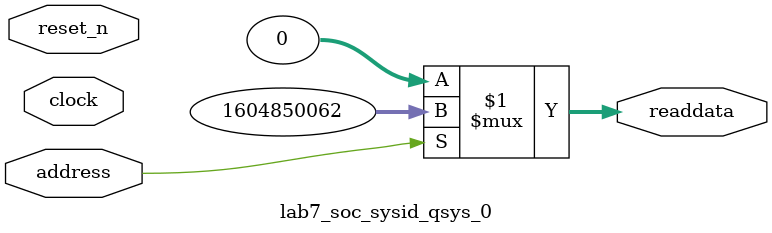
<source format=v>



// synthesis translate_off
`timescale 1ns / 1ps
// synthesis translate_on

// turn off superfluous verilog processor warnings 
// altera message_level Level1 
// altera message_off 10034 10035 10036 10037 10230 10240 10030 

module lab7_soc_sysid_qsys_0 (
               // inputs:
                address,
                clock,
                reset_n,

               // outputs:
                readdata
             )
;

  output  [ 31: 0] readdata;
  input            address;
  input            clock;
  input            reset_n;

  wire    [ 31: 0] readdata;
  //control_slave, which is an e_avalon_slave
  assign readdata = address ? 1604850062 : 0;

endmodule



</source>
